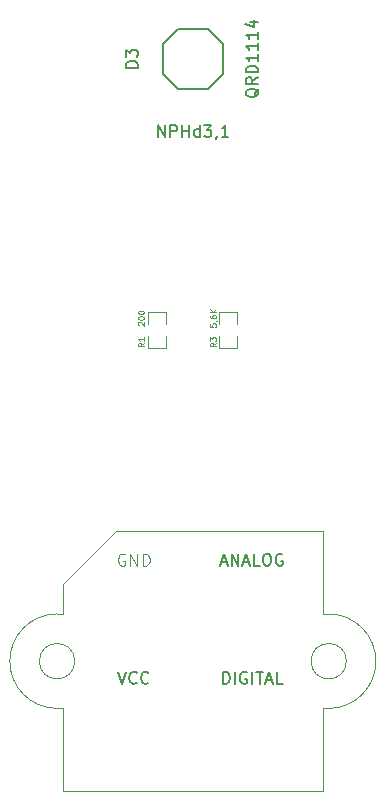
<source format=gbr>
G04 (created by PCBNEW (2013-may-18)-stable) date Пт 28 авг 2015 20:21:17*
%MOIN*%
G04 Gerber Fmt 3.4, Leading zero omitted, Abs format*
%FSLAX34Y34*%
G01*
G70*
G90*
G04 APERTURE LIST*
%ADD10C,0.00393701*%
%ADD11C,0.0039*%
%ADD12C,0.00590551*%
%ADD13C,0.0043*%
%ADD14C,0.00492126*%
G04 APERTURE END LIST*
G54D10*
G54D11*
X10728Y-17016D02*
X10728Y-17416D01*
X10728Y-17416D02*
X10128Y-17416D01*
X10128Y-17416D02*
X10128Y-17016D01*
X10128Y-16616D02*
X10128Y-16216D01*
X10128Y-16216D02*
X10728Y-16216D01*
X10728Y-16216D02*
X10728Y-16616D01*
X12490Y-16616D02*
X12490Y-16216D01*
X12490Y-16216D02*
X13090Y-16216D01*
X13090Y-16216D02*
X13090Y-16616D01*
X13090Y-17016D02*
X13090Y-17416D01*
X13090Y-17416D02*
X12490Y-17416D01*
X12490Y-17416D02*
X12490Y-17016D01*
G54D10*
X16137Y-26265D02*
X15940Y-26265D01*
X15940Y-26265D02*
X15940Y-23509D01*
X15940Y-32170D02*
X15940Y-29414D01*
X15940Y-29414D02*
X16137Y-29414D01*
X7081Y-29414D02*
X7278Y-29414D01*
X7278Y-29414D02*
X7278Y-32170D01*
X7081Y-26265D02*
X7278Y-26265D01*
X7278Y-26265D02*
X7278Y-25477D01*
X16137Y-29414D02*
G75*
G03X17711Y-27840I0J1574D01*
G74*
G01*
X17711Y-27840D02*
G75*
G03X16137Y-26265I-1574J0D01*
G74*
G01*
X5507Y-27840D02*
G75*
G03X7081Y-29414I1574J0D01*
G74*
G01*
X7081Y-26265D02*
G75*
G03X5507Y-27840I0J-1574D01*
G74*
G01*
X7672Y-27840D02*
G75*
G03X7672Y-27840I-590J0D01*
G74*
G01*
X16727Y-27840D02*
G75*
G03X16727Y-27840I-590J0D01*
G74*
G01*
X7278Y-25477D02*
X7278Y-25281D01*
X7278Y-25281D02*
X9050Y-23509D01*
X9050Y-23509D02*
X15940Y-23509D01*
X15940Y-32170D02*
X7278Y-32170D01*
G54D12*
X11109Y-8761D02*
X10609Y-8261D01*
X10609Y-8261D02*
X10609Y-7261D01*
X10609Y-7261D02*
X11109Y-6761D01*
X11109Y-6761D02*
X12109Y-6761D01*
X12109Y-6761D02*
X12609Y-7261D01*
X12609Y-7261D02*
X12609Y-8261D01*
X12609Y-8261D02*
X12109Y-8761D01*
X12109Y-8761D02*
X11109Y-8761D01*
G54D13*
X9979Y-17232D02*
X9885Y-17298D01*
X9979Y-17345D02*
X9782Y-17345D01*
X9782Y-17270D01*
X9792Y-17251D01*
X9801Y-17242D01*
X9820Y-17232D01*
X9848Y-17232D01*
X9867Y-17242D01*
X9876Y-17251D01*
X9885Y-17270D01*
X9885Y-17345D01*
X9979Y-17045D02*
X9979Y-17157D01*
X9979Y-17101D02*
X9782Y-17101D01*
X9810Y-17120D01*
X9829Y-17139D01*
X9839Y-17157D01*
X9801Y-16643D02*
X9792Y-16634D01*
X9782Y-16615D01*
X9782Y-16568D01*
X9792Y-16550D01*
X9801Y-16540D01*
X9820Y-16531D01*
X9839Y-16531D01*
X9867Y-16540D01*
X9979Y-16653D01*
X9979Y-16531D01*
X9782Y-16409D02*
X9782Y-16390D01*
X9792Y-16371D01*
X9801Y-16362D01*
X9820Y-16353D01*
X9857Y-16343D01*
X9904Y-16343D01*
X9942Y-16353D01*
X9960Y-16362D01*
X9970Y-16371D01*
X9979Y-16390D01*
X9979Y-16409D01*
X9970Y-16428D01*
X9960Y-16437D01*
X9942Y-16446D01*
X9904Y-16456D01*
X9857Y-16456D01*
X9820Y-16446D01*
X9801Y-16437D01*
X9792Y-16428D01*
X9782Y-16409D01*
X9782Y-16221D02*
X9782Y-16203D01*
X9792Y-16184D01*
X9801Y-16174D01*
X9820Y-16165D01*
X9857Y-16156D01*
X9904Y-16156D01*
X9942Y-16165D01*
X9960Y-16174D01*
X9970Y-16184D01*
X9979Y-16203D01*
X9979Y-16221D01*
X9970Y-16240D01*
X9960Y-16249D01*
X9942Y-16259D01*
X9904Y-16268D01*
X9857Y-16268D01*
X9820Y-16259D01*
X9801Y-16249D01*
X9792Y-16240D01*
X9782Y-16221D01*
X12379Y-17232D02*
X12285Y-17298D01*
X12379Y-17345D02*
X12182Y-17345D01*
X12182Y-17270D01*
X12192Y-17251D01*
X12201Y-17242D01*
X12220Y-17232D01*
X12248Y-17232D01*
X12267Y-17242D01*
X12276Y-17251D01*
X12285Y-17270D01*
X12285Y-17345D01*
X12182Y-17167D02*
X12182Y-17045D01*
X12257Y-17110D01*
X12257Y-17082D01*
X12267Y-17063D01*
X12276Y-17054D01*
X12295Y-17045D01*
X12342Y-17045D01*
X12360Y-17054D01*
X12370Y-17063D01*
X12379Y-17082D01*
X12379Y-17139D01*
X12370Y-17157D01*
X12360Y-17167D01*
X12182Y-16592D02*
X12182Y-16686D01*
X12276Y-16695D01*
X12267Y-16686D01*
X12257Y-16667D01*
X12257Y-16620D01*
X12267Y-16601D01*
X12276Y-16592D01*
X12295Y-16582D01*
X12342Y-16582D01*
X12360Y-16592D01*
X12370Y-16601D01*
X12379Y-16620D01*
X12379Y-16667D01*
X12370Y-16686D01*
X12360Y-16695D01*
X12370Y-16489D02*
X12379Y-16489D01*
X12398Y-16498D01*
X12407Y-16507D01*
X12182Y-16320D02*
X12182Y-16357D01*
X12192Y-16376D01*
X12201Y-16385D01*
X12229Y-16404D01*
X12267Y-16414D01*
X12342Y-16414D01*
X12360Y-16404D01*
X12370Y-16395D01*
X12379Y-16376D01*
X12379Y-16339D01*
X12370Y-16320D01*
X12360Y-16310D01*
X12342Y-16301D01*
X12295Y-16301D01*
X12276Y-16310D01*
X12267Y-16320D01*
X12257Y-16339D01*
X12257Y-16376D01*
X12267Y-16395D01*
X12276Y-16404D01*
X12295Y-16414D01*
X12379Y-16217D02*
X12182Y-16217D01*
X12379Y-16104D02*
X12267Y-16188D01*
X12182Y-16104D02*
X12295Y-16217D01*
G54D12*
X12612Y-28590D02*
X12612Y-28196D01*
X12706Y-28196D01*
X12762Y-28215D01*
X12799Y-28252D01*
X12818Y-28290D01*
X12837Y-28365D01*
X12837Y-28421D01*
X12818Y-28496D01*
X12799Y-28533D01*
X12762Y-28571D01*
X12706Y-28590D01*
X12612Y-28590D01*
X13006Y-28590D02*
X13006Y-28196D01*
X13399Y-28215D02*
X13362Y-28196D01*
X13306Y-28196D01*
X13249Y-28215D01*
X13212Y-28252D01*
X13193Y-28290D01*
X13174Y-28365D01*
X13174Y-28421D01*
X13193Y-28496D01*
X13212Y-28533D01*
X13249Y-28571D01*
X13306Y-28590D01*
X13343Y-28590D01*
X13399Y-28571D01*
X13418Y-28552D01*
X13418Y-28421D01*
X13343Y-28421D01*
X13587Y-28590D02*
X13587Y-28196D01*
X13718Y-28196D02*
X13943Y-28196D01*
X13831Y-28590D02*
X13831Y-28196D01*
X14056Y-28477D02*
X14243Y-28477D01*
X14018Y-28590D02*
X14149Y-28196D01*
X14280Y-28590D01*
X14599Y-28590D02*
X14412Y-28590D01*
X14412Y-28196D01*
X9116Y-28196D02*
X9247Y-28590D01*
X9378Y-28196D01*
X9734Y-28552D02*
X9715Y-28571D01*
X9659Y-28590D01*
X9622Y-28590D01*
X9565Y-28571D01*
X9528Y-28533D01*
X9509Y-28496D01*
X9490Y-28421D01*
X9490Y-28365D01*
X9509Y-28290D01*
X9528Y-28252D01*
X9565Y-28215D01*
X9622Y-28196D01*
X9659Y-28196D01*
X9715Y-28215D01*
X9734Y-28233D01*
X10128Y-28552D02*
X10109Y-28571D01*
X10053Y-28590D01*
X10015Y-28590D01*
X9959Y-28571D01*
X9922Y-28533D01*
X9903Y-28496D01*
X9884Y-28421D01*
X9884Y-28365D01*
X9903Y-28290D01*
X9922Y-28252D01*
X9959Y-28215D01*
X10015Y-28196D01*
X10053Y-28196D01*
X10109Y-28215D01*
X10128Y-28233D01*
X12546Y-24540D02*
X12734Y-24540D01*
X12509Y-24653D02*
X12640Y-24259D01*
X12771Y-24653D01*
X12903Y-24653D02*
X12903Y-24259D01*
X13128Y-24653D01*
X13128Y-24259D01*
X13296Y-24540D02*
X13484Y-24540D01*
X13259Y-24653D02*
X13390Y-24259D01*
X13521Y-24653D01*
X13840Y-24653D02*
X13652Y-24653D01*
X13652Y-24259D01*
X14046Y-24259D02*
X14121Y-24259D01*
X14159Y-24278D01*
X14196Y-24315D01*
X14215Y-24390D01*
X14215Y-24521D01*
X14196Y-24596D01*
X14159Y-24634D01*
X14121Y-24653D01*
X14046Y-24653D01*
X14009Y-24634D01*
X13971Y-24596D01*
X13952Y-24521D01*
X13952Y-24390D01*
X13971Y-24315D01*
X14009Y-24278D01*
X14046Y-24259D01*
X14590Y-24278D02*
X14552Y-24259D01*
X14496Y-24259D01*
X14440Y-24278D01*
X14402Y-24315D01*
X14384Y-24353D01*
X14365Y-24428D01*
X14365Y-24484D01*
X14384Y-24559D01*
X14402Y-24596D01*
X14440Y-24634D01*
X14496Y-24653D01*
X14534Y-24653D01*
X14590Y-24634D01*
X14609Y-24615D01*
X14609Y-24484D01*
X14534Y-24484D01*
G54D14*
X9340Y-24278D02*
X9303Y-24259D01*
X9247Y-24259D01*
X9191Y-24278D01*
X9153Y-24315D01*
X9134Y-24353D01*
X9116Y-24428D01*
X9116Y-24484D01*
X9134Y-24559D01*
X9153Y-24596D01*
X9191Y-24634D01*
X9247Y-24653D01*
X9284Y-24653D01*
X9340Y-24634D01*
X9359Y-24615D01*
X9359Y-24484D01*
X9284Y-24484D01*
X9528Y-24653D02*
X9528Y-24259D01*
X9753Y-24653D01*
X9753Y-24259D01*
X9940Y-24653D02*
X9940Y-24259D01*
X10034Y-24259D01*
X10090Y-24278D01*
X10128Y-24315D01*
X10147Y-24353D01*
X10165Y-24428D01*
X10165Y-24484D01*
X10147Y-24559D01*
X10128Y-24596D01*
X10090Y-24634D01*
X10034Y-24653D01*
X9940Y-24653D01*
G54D12*
X10447Y-10364D02*
X10447Y-9970D01*
X10672Y-10364D01*
X10672Y-9970D01*
X10859Y-10364D02*
X10859Y-9970D01*
X11009Y-9970D01*
X11047Y-9989D01*
X11065Y-10007D01*
X11084Y-10045D01*
X11084Y-10101D01*
X11065Y-10139D01*
X11047Y-10157D01*
X11009Y-10176D01*
X10859Y-10176D01*
X11253Y-10364D02*
X11253Y-9970D01*
X11253Y-10157D02*
X11478Y-10157D01*
X11478Y-10364D02*
X11478Y-9970D01*
X11834Y-10364D02*
X11834Y-9970D01*
X11834Y-10345D02*
X11796Y-10364D01*
X11721Y-10364D01*
X11684Y-10345D01*
X11665Y-10326D01*
X11646Y-10289D01*
X11646Y-10176D01*
X11665Y-10139D01*
X11684Y-10120D01*
X11721Y-10101D01*
X11796Y-10101D01*
X11834Y-10120D01*
X11984Y-9970D02*
X12228Y-9970D01*
X12096Y-10120D01*
X12153Y-10120D01*
X12190Y-10139D01*
X12209Y-10157D01*
X12228Y-10195D01*
X12228Y-10289D01*
X12209Y-10326D01*
X12190Y-10345D01*
X12153Y-10364D01*
X12040Y-10364D01*
X12003Y-10345D01*
X11984Y-10326D01*
X12415Y-10345D02*
X12415Y-10364D01*
X12396Y-10401D01*
X12378Y-10420D01*
X12790Y-10364D02*
X12565Y-10364D01*
X12678Y-10364D02*
X12678Y-9970D01*
X12640Y-10026D01*
X12603Y-10064D01*
X12565Y-10082D01*
X9768Y-8052D02*
X9375Y-8052D01*
X9375Y-7958D01*
X9393Y-7902D01*
X9431Y-7864D01*
X9468Y-7845D01*
X9543Y-7827D01*
X9600Y-7827D01*
X9675Y-7845D01*
X9712Y-7864D01*
X9750Y-7902D01*
X9768Y-7958D01*
X9768Y-8052D01*
X9375Y-7695D02*
X9375Y-7452D01*
X9525Y-7583D01*
X9525Y-7527D01*
X9543Y-7489D01*
X9562Y-7470D01*
X9600Y-7452D01*
X9693Y-7452D01*
X9731Y-7470D01*
X9750Y-7489D01*
X9768Y-7527D01*
X9768Y-7639D01*
X9750Y-7677D01*
X9731Y-7695D01*
X13806Y-8755D02*
X13787Y-8792D01*
X13750Y-8830D01*
X13693Y-8886D01*
X13675Y-8923D01*
X13675Y-8961D01*
X13768Y-8942D02*
X13750Y-8980D01*
X13712Y-9017D01*
X13637Y-9036D01*
X13506Y-9036D01*
X13431Y-9017D01*
X13393Y-8980D01*
X13375Y-8942D01*
X13375Y-8867D01*
X13393Y-8830D01*
X13431Y-8792D01*
X13506Y-8773D01*
X13637Y-8773D01*
X13712Y-8792D01*
X13750Y-8830D01*
X13768Y-8867D01*
X13768Y-8942D01*
X13768Y-8380D02*
X13581Y-8511D01*
X13768Y-8605D02*
X13375Y-8605D01*
X13375Y-8455D01*
X13393Y-8417D01*
X13412Y-8398D01*
X13450Y-8380D01*
X13506Y-8380D01*
X13543Y-8398D01*
X13562Y-8417D01*
X13581Y-8455D01*
X13581Y-8605D01*
X13768Y-8211D02*
X13375Y-8211D01*
X13375Y-8117D01*
X13393Y-8061D01*
X13431Y-8023D01*
X13468Y-8005D01*
X13543Y-7986D01*
X13600Y-7986D01*
X13675Y-8005D01*
X13712Y-8023D01*
X13750Y-8061D01*
X13768Y-8117D01*
X13768Y-8211D01*
X13768Y-7611D02*
X13768Y-7836D01*
X13768Y-7723D02*
X13375Y-7723D01*
X13431Y-7761D01*
X13468Y-7798D01*
X13487Y-7836D01*
X13768Y-7236D02*
X13768Y-7461D01*
X13768Y-7348D02*
X13375Y-7348D01*
X13431Y-7386D01*
X13468Y-7423D01*
X13487Y-7461D01*
X13768Y-6861D02*
X13768Y-7086D01*
X13768Y-6974D02*
X13375Y-6974D01*
X13431Y-7011D01*
X13468Y-7049D01*
X13487Y-7086D01*
X13506Y-6524D02*
X13768Y-6524D01*
X13356Y-6617D02*
X13637Y-6711D01*
X13637Y-6467D01*
M02*

</source>
